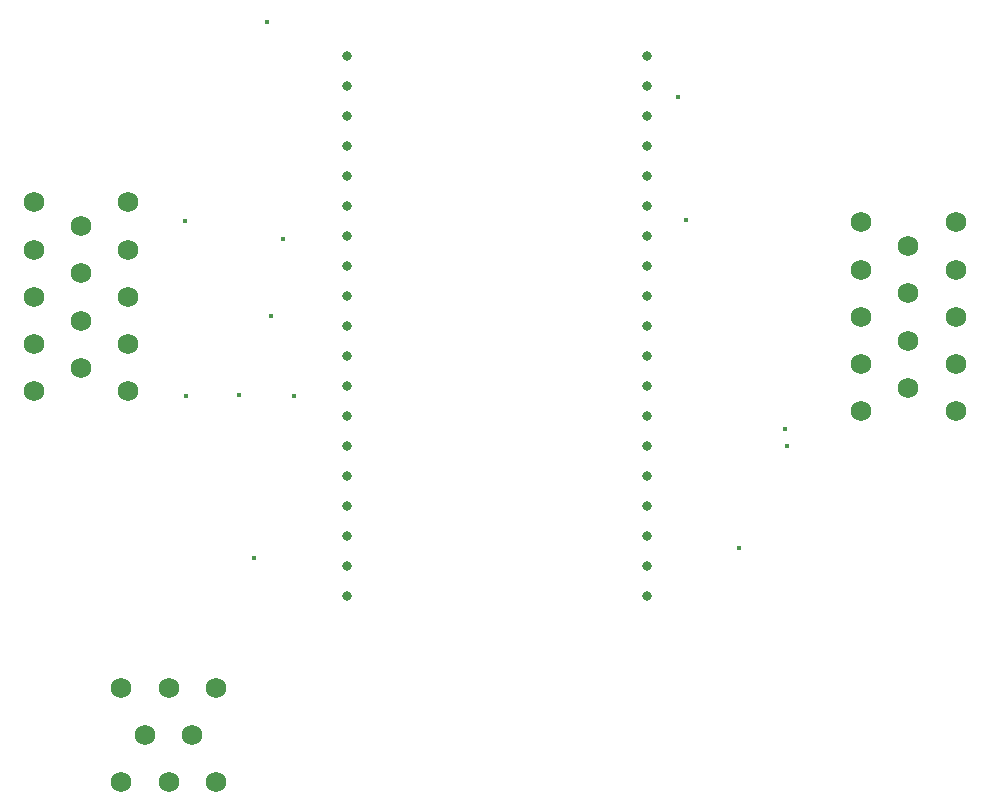
<source format=gbr>
%TF.GenerationSoftware,KiCad,Pcbnew,(6.0.1-0)*%
%TF.CreationDate,2023-01-17T12:47:57-05:00*%
%TF.ProjectId,Front Board,46726f6e-7420-4426-9f61-72642e6b6963,rev?*%
%TF.SameCoordinates,Original*%
%TF.FileFunction,Plated,1,2,PTH,Drill*%
%TF.FilePolarity,Positive*%
%FSLAX46Y46*%
G04 Gerber Fmt 4.6, Leading zero omitted, Abs format (unit mm)*
G04 Created by KiCad (PCBNEW (6.0.1-0)) date 2023-01-17 12:47:57*
%MOMM*%
%LPD*%
G01*
G04 APERTURE LIST*
%TA.AperFunction,ViaDrill*%
%ADD10C,0.400000*%
%TD*%
%TA.AperFunction,ComponentDrill*%
%ADD11C,0.800000*%
%TD*%
%TA.AperFunction,ComponentDrill*%
%ADD12C,1.750000*%
%TD*%
G04 APERTURE END LIST*
D10*
X123900000Y-82130000D03*
X124000000Y-96930000D03*
X128500000Y-96830000D03*
X129700000Y-110630000D03*
X130800000Y-65230000D03*
X131200000Y-90130000D03*
X132200000Y-83630000D03*
X133100000Y-96930000D03*
X165600000Y-71630000D03*
X166300000Y-82030000D03*
X170800000Y-109830000D03*
X174700000Y-99730000D03*
X174893478Y-101150000D03*
D11*
%TO.C,U3*%
X137600000Y-68130000D03*
X137600000Y-70670000D03*
X137600000Y-73210000D03*
X137600000Y-75750000D03*
X137600000Y-78290000D03*
X137600000Y-80830000D03*
X137600000Y-83370000D03*
X137600000Y-85910000D03*
X137600000Y-88450000D03*
X137600000Y-90990000D03*
X137600000Y-93530000D03*
X137600000Y-96070000D03*
X137600000Y-98610000D03*
X137600000Y-101150000D03*
X137600000Y-103690000D03*
X137600000Y-106230000D03*
X137600000Y-108770000D03*
X137600000Y-111310000D03*
X137600000Y-113850000D03*
X162996320Y-111307280D03*
X162996320Y-113847280D03*
X163000000Y-68130000D03*
X163000000Y-70670000D03*
X163000000Y-73210000D03*
X163000000Y-75750000D03*
X163000000Y-78290000D03*
X163000000Y-80830000D03*
X163000000Y-83370000D03*
X163000000Y-85910000D03*
X163000000Y-88450000D03*
X163000000Y-90990000D03*
X163000000Y-93530000D03*
X163000000Y-96070000D03*
X163000000Y-98610000D03*
X163000000Y-101150000D03*
X163000000Y-103690000D03*
X163000000Y-106230000D03*
X163000000Y-108770000D03*
D12*
%TO.C,J1*%
X111100000Y-80530000D03*
X111100000Y-84530000D03*
X111100000Y-88530000D03*
X111100000Y-92530000D03*
X111100000Y-96530000D03*
X115100000Y-82530000D03*
X115100000Y-86530000D03*
X115100000Y-90530000D03*
X115100000Y-94530000D03*
%TO.C,J3*%
X118500000Y-121630000D03*
X118500000Y-129630000D03*
%TO.C,J1*%
X119100000Y-80530000D03*
X119100000Y-84530000D03*
X119100000Y-88530000D03*
X119100000Y-92530000D03*
X119100000Y-96530000D03*
%TO.C,J3*%
X120500000Y-125630000D03*
X122500000Y-121630000D03*
X122500000Y-129630000D03*
X124500000Y-125630000D03*
X126500000Y-121630000D03*
X126500000Y-129630000D03*
%TO.C,J2*%
X181137500Y-82230000D03*
X181137500Y-86230000D03*
X181137500Y-90230000D03*
X181137500Y-94230000D03*
X181137500Y-98230000D03*
X185137500Y-84230000D03*
X185137500Y-88230000D03*
X185137500Y-92230000D03*
X185137500Y-96230000D03*
X189137500Y-82230000D03*
X189137500Y-86230000D03*
X189137500Y-90230000D03*
X189137500Y-94230000D03*
X189137500Y-98230000D03*
M02*

</source>
